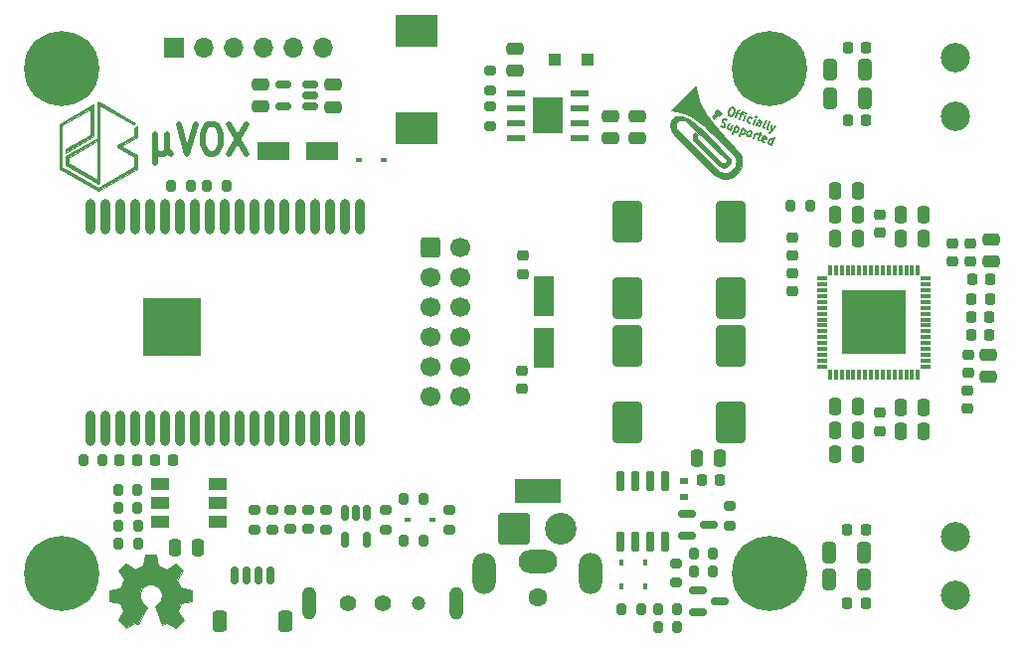
<source format=gbr>
G04 #@! TF.GenerationSoftware,KiCad,Pcbnew,(6.0.5-0)*
G04 #@! TF.CreationDate,2022-12-01T23:32:52+01:00*
G04 #@! TF.ProjectId,muVox,6d75566f-782e-46b6-9963-61645f706362,rc1*
G04 #@! TF.SameCoordinates,Original*
G04 #@! TF.FileFunction,Soldermask,Top*
G04 #@! TF.FilePolarity,Negative*
%FSLAX46Y46*%
G04 Gerber Fmt 4.6, Leading zero omitted, Abs format (unit mm)*
G04 Created by KiCad (PCBNEW (6.0.5-0)) date 2022-12-01 23:32:52*
%MOMM*%
%LPD*%
G01*
G04 APERTURE LIST*
G04 Aperture macros list*
%AMRoundRect*
0 Rectangle with rounded corners*
0 $1 Rounding radius*
0 $2 $3 $4 $5 $6 $7 $8 $9 X,Y pos of 4 corners*
0 Add a 4 corners polygon primitive as box body*
4,1,4,$2,$3,$4,$5,$6,$7,$8,$9,$2,$3,0*
0 Add four circle primitives for the rounded corners*
1,1,$1+$1,$2,$3*
1,1,$1+$1,$4,$5*
1,1,$1+$1,$6,$7*
1,1,$1+$1,$8,$9*
0 Add four rect primitives between the rounded corners*
20,1,$1+$1,$2,$3,$4,$5,0*
20,1,$1+$1,$4,$5,$6,$7,0*
20,1,$1+$1,$6,$7,$8,$9,0*
20,1,$1+$1,$8,$9,$2,$3,0*%
G04 Aperture macros list end*
%ADD10C,0.100000*%
%ADD11C,0.550000*%
%ADD12C,0.162500*%
%ADD13RoundRect,0.250000X-0.475000X0.250000X-0.475000X-0.250000X0.475000X-0.250000X0.475000X0.250000X0*%
%ADD14C,1.600000*%
%ADD15R,4.000000X2.000000*%
%ADD16O,3.300000X2.000000*%
%ADD17O,2.000000X3.500000*%
%ADD18RoundRect,0.150000X0.150000X-0.725000X0.150000X0.725000X-0.150000X0.725000X-0.150000X-0.725000X0*%
%ADD19RoundRect,0.150000X0.512500X0.150000X-0.512500X0.150000X-0.512500X-0.150000X0.512500X-0.150000X0*%
%ADD20RoundRect,0.250000X-0.600000X-0.600000X0.600000X-0.600000X0.600000X0.600000X-0.600000X0.600000X0*%
%ADD21C,1.700000*%
%ADD22RoundRect,0.225000X0.250000X-0.225000X0.250000X0.225000X-0.250000X0.225000X-0.250000X-0.225000X0*%
%ADD23RoundRect,0.150000X-0.150000X0.512500X-0.150000X-0.512500X0.150000X-0.512500X0.150000X0.512500X0*%
%ADD24RoundRect,0.250000X1.137500X0.550000X-1.137500X0.550000X-1.137500X-0.550000X1.137500X-0.550000X0*%
%ADD25RoundRect,0.150000X-0.587500X-0.150000X0.587500X-0.150000X0.587500X0.150000X-0.587500X0.150000X0*%
%ADD26R,0.450000X0.600000*%
%ADD27RoundRect,0.250000X0.250000X0.475000X-0.250000X0.475000X-0.250000X-0.475000X0.250000X-0.475000X0*%
%ADD28RoundRect,0.200000X0.275000X-0.200000X0.275000X0.200000X-0.275000X0.200000X-0.275000X-0.200000X0*%
%ADD29RoundRect,0.250000X1.000000X-1.500000X1.000000X1.500000X-1.000000X1.500000X-1.000000X-1.500000X0*%
%ADD30RoundRect,0.200000X0.200000X0.275000X-0.200000X0.275000X-0.200000X-0.275000X0.200000X-0.275000X0*%
%ADD31RoundRect,0.225000X-0.225000X-0.250000X0.225000X-0.250000X0.225000X0.250000X-0.225000X0.250000X0*%
%ADD32C,6.400000*%
%ADD33C,2.500000*%
%ADD34R,0.600000X0.450000*%
%ADD35RoundRect,0.225000X0.225000X0.250000X-0.225000X0.250000X-0.225000X-0.250000X0.225000X-0.250000X0*%
%ADD36RoundRect,0.200000X-0.200000X-0.275000X0.200000X-0.275000X0.200000X0.275000X-0.200000X0.275000X0*%
%ADD37RoundRect,0.250000X-1.000000X1.500000X-1.000000X-1.500000X1.000000X-1.500000X1.000000X1.500000X0*%
%ADD38RoundRect,0.250000X-0.325000X-0.650000X0.325000X-0.650000X0.325000X0.650000X-0.325000X0.650000X0*%
%ADD39RoundRect,0.250001X-1.099999X-1.099999X1.099999X-1.099999X1.099999X1.099999X-1.099999X1.099999X0*%
%ADD40C,2.700000*%
%ADD41RoundRect,0.200000X-0.275000X0.200000X-0.275000X-0.200000X0.275000X-0.200000X0.275000X0.200000X0*%
%ADD42R,1.700000X1.700000*%
%ADD43O,1.700000X1.700000*%
%ADD44RoundRect,0.075000X-0.075000X0.362500X-0.075000X-0.362500X0.075000X-0.362500X0.075000X0.362500X0*%
%ADD45RoundRect,0.075000X-0.362500X0.075000X-0.362500X-0.075000X0.362500X-0.075000X0.362500X0.075000X0*%
%ADD46R,5.450000X5.450000*%
%ADD47R,3.600000X2.700000*%
%ADD48R,0.700000X0.600000*%
%ADD49RoundRect,0.250000X0.475000X-0.250000X0.475000X0.250000X-0.475000X0.250000X-0.475000X-0.250000X0*%
%ADD50R,1.550000X0.600000*%
%ADD51R,2.600000X3.100000*%
%ADD52C,1.400000*%
%ADD53C,1.200000*%
%ADD54O,1.208000X2.800000*%
%ADD55RoundRect,0.250000X-0.250000X-0.475000X0.250000X-0.475000X0.250000X0.475000X-0.250000X0.475000X0*%
%ADD56R,1.500000X1.000000*%
%ADD57RoundRect,0.150000X-0.150000X-0.625000X0.150000X-0.625000X0.150000X0.625000X-0.150000X0.625000X0*%
%ADD58RoundRect,0.250000X-0.350000X-0.650000X0.350000X-0.650000X0.350000X0.650000X-0.350000X0.650000X0*%
%ADD59RoundRect,0.225000X-0.250000X0.225000X-0.250000X-0.225000X0.250000X-0.225000X0.250000X0.225000X0*%
%ADD60R,1.800000X3.500000*%
%ADD61O,0.900000X3.000000*%
%ADD62C,0.800000*%
%ADD63R,5.000000X5.000000*%
%ADD64R,1.100000X1.100000*%
G04 APERTURE END LIST*
D10*
G36*
X81451600Y-118560400D02*
G01*
X79091600Y-119940400D01*
X79101600Y-119670400D01*
X81221600Y-118450400D01*
X81221600Y-116210400D01*
X78781600Y-117620400D01*
X78781600Y-121180400D01*
X81861600Y-122960400D01*
X84941600Y-121160400D01*
X84941600Y-120310400D01*
X83501600Y-119470400D01*
X83501600Y-119340400D01*
X84941600Y-118520400D01*
X84941600Y-117820400D01*
X85151600Y-117690400D01*
X85151600Y-118620400D01*
X83831600Y-119390400D01*
X85151600Y-120170400D01*
X85151600Y-121290400D01*
X81861600Y-123210400D01*
X78571600Y-121300400D01*
X78571600Y-117490400D01*
X81441600Y-115840400D01*
X81451600Y-118560400D01*
G37*
X81451600Y-118560400D02*
X79091600Y-119940400D01*
X79101600Y-119670400D01*
X81221600Y-118450400D01*
X81221600Y-116210400D01*
X78781600Y-117620400D01*
X78781600Y-121180400D01*
X81861600Y-122960400D01*
X84941600Y-121160400D01*
X84941600Y-120310400D01*
X83501600Y-119470400D01*
X83501600Y-119340400D01*
X84941600Y-118520400D01*
X84941600Y-117820400D01*
X85151600Y-117690400D01*
X85151600Y-118620400D01*
X83831600Y-119390400D01*
X85151600Y-120170400D01*
X85151600Y-121290400D01*
X81861600Y-123210400D01*
X78571600Y-121300400D01*
X78571600Y-117490400D01*
X81441600Y-115840400D01*
X81451600Y-118560400D01*
G36*
X85021600Y-117410400D02*
G01*
X84801600Y-117530400D01*
X81971600Y-115900400D01*
X81971600Y-122520400D01*
X81861600Y-122580400D01*
X79111600Y-120990400D01*
X79111600Y-120280400D01*
X79341600Y-120410400D01*
X79341600Y-120840400D01*
X81761600Y-122240400D01*
X81771600Y-115640400D01*
X81871600Y-115590400D01*
X85021600Y-117410400D01*
G37*
X85021600Y-117410400D02*
X84801600Y-117530400D01*
X81971600Y-115900400D01*
X81971600Y-122520400D01*
X81861600Y-122580400D01*
X79111600Y-120990400D01*
X79111600Y-120280400D01*
X79341600Y-120410400D01*
X79341600Y-120840400D01*
X81761600Y-122240400D01*
X81771600Y-115640400D01*
X81871600Y-115590400D01*
X85021600Y-117410400D01*
G36*
X134948500Y-116630500D02*
G01*
X134719900Y-116859100D01*
X134643700Y-116782900D01*
X134313500Y-117113100D01*
X134084900Y-116884500D01*
X134415100Y-116554300D01*
X134338900Y-116478100D01*
X134567500Y-116249500D01*
X134948500Y-116630500D01*
G37*
X134948500Y-116630500D02*
X134719900Y-116859100D01*
X134643700Y-116782900D01*
X134313500Y-117113100D01*
X134084900Y-116884500D01*
X134415100Y-116554300D01*
X134338900Y-116478100D01*
X134567500Y-116249500D01*
X134948500Y-116630500D01*
G36*
X81731600Y-118990400D02*
G01*
X79331600Y-120380400D01*
X79111600Y-120270400D01*
X81741600Y-118770400D01*
X81731600Y-118990400D01*
G37*
X81731600Y-118990400D02*
X79331600Y-120380400D01*
X79111600Y-120270400D01*
X81741600Y-118770400D01*
X81731600Y-118990400D01*
G36*
X132799100Y-114499100D02*
G01*
X132824500Y-114753100D01*
X132926100Y-115159500D01*
X133129300Y-115769100D01*
X133357900Y-116200900D01*
X133688100Y-116785100D01*
X133992900Y-117191500D01*
X134246900Y-117521700D01*
X134780300Y-118131300D01*
X135262900Y-118664700D01*
X135770900Y-119198100D01*
X136253500Y-119680700D01*
X136532900Y-120036300D01*
X136659900Y-120417300D01*
X136685300Y-120823700D01*
X136659900Y-121103100D01*
X136583700Y-121306300D01*
X136405900Y-121611100D01*
X136253500Y-121788900D01*
X135974100Y-121992100D01*
X135694700Y-122093700D01*
X135364500Y-122144500D01*
X135085100Y-122144500D01*
X134856500Y-122093700D01*
X134450100Y-121890500D01*
X134069100Y-121560300D01*
X131021100Y-118512300D01*
X130817900Y-118283700D01*
X130640100Y-117978900D01*
X130589300Y-117623300D01*
X130665500Y-117293100D01*
X130767100Y-117064500D01*
X130995700Y-116861300D01*
X131300500Y-116810500D01*
X131605300Y-116835900D01*
X131960900Y-116988300D01*
X132341900Y-117216900D01*
X132824500Y-117597900D01*
X133357900Y-118055100D01*
X135440700Y-120188700D01*
X135643900Y-120391900D01*
X135720100Y-120595100D01*
X135694700Y-120798300D01*
X135593100Y-120976100D01*
X135440700Y-121103100D01*
X135262900Y-121179300D01*
X135110500Y-121204700D01*
X134932700Y-121179300D01*
X134704100Y-121052300D01*
X132621300Y-118969500D01*
X132519700Y-118817100D01*
X132494300Y-118588500D01*
X132545100Y-118410700D01*
X132595900Y-118283700D01*
X132697500Y-118232900D01*
X132926100Y-118461500D01*
X132875300Y-118512300D01*
X132824500Y-118613900D01*
X132849900Y-118715500D01*
X134932700Y-120798300D01*
X134983500Y-120823700D01*
X135059700Y-120849100D01*
X135135900Y-120849100D01*
X135237500Y-120823700D01*
X135313700Y-120772900D01*
X135364500Y-120722100D01*
X135389900Y-120645900D01*
X135364500Y-120569700D01*
X132037100Y-117318500D01*
X131859300Y-117216900D01*
X131757700Y-117166100D01*
X131630700Y-117140700D01*
X131478300Y-117140700D01*
X131325900Y-117191500D01*
X131224300Y-117267700D01*
X131097300Y-117420100D01*
X131071900Y-117496300D01*
X131046500Y-117623300D01*
X131071900Y-117826500D01*
X131148100Y-117978900D01*
X134526300Y-121357100D01*
X134653300Y-121458700D01*
X134881900Y-121585700D01*
X135008900Y-121636500D01*
X135161300Y-121661900D01*
X135364500Y-121661900D01*
X135669300Y-121560300D01*
X135847100Y-121433300D01*
X135999500Y-121280900D01*
X136126500Y-121077700D01*
X136177300Y-120849100D01*
X136202700Y-120671300D01*
X136177300Y-120442700D01*
X136050300Y-120239500D01*
X134196100Y-118359900D01*
X133815100Y-118004300D01*
X133484900Y-117699500D01*
X132951500Y-117293100D01*
X132468900Y-116962900D01*
X132011700Y-116708900D01*
X131478300Y-116505700D01*
X130665500Y-116353300D01*
X132748300Y-114270500D01*
X132799100Y-114499100D01*
G37*
X132799100Y-114499100D02*
X132824500Y-114753100D01*
X132926100Y-115159500D01*
X133129300Y-115769100D01*
X133357900Y-116200900D01*
X133688100Y-116785100D01*
X133992900Y-117191500D01*
X134246900Y-117521700D01*
X134780300Y-118131300D01*
X135262900Y-118664700D01*
X135770900Y-119198100D01*
X136253500Y-119680700D01*
X136532900Y-120036300D01*
X136659900Y-120417300D01*
X136685300Y-120823700D01*
X136659900Y-121103100D01*
X136583700Y-121306300D01*
X136405900Y-121611100D01*
X136253500Y-121788900D01*
X135974100Y-121992100D01*
X135694700Y-122093700D01*
X135364500Y-122144500D01*
X135085100Y-122144500D01*
X134856500Y-122093700D01*
X134450100Y-121890500D01*
X134069100Y-121560300D01*
X131021100Y-118512300D01*
X130817900Y-118283700D01*
X130640100Y-117978900D01*
X130589300Y-117623300D01*
X130665500Y-117293100D01*
X130767100Y-117064500D01*
X130995700Y-116861300D01*
X131300500Y-116810500D01*
X131605300Y-116835900D01*
X131960900Y-116988300D01*
X132341900Y-117216900D01*
X132824500Y-117597900D01*
X133357900Y-118055100D01*
X135440700Y-120188700D01*
X135643900Y-120391900D01*
X135720100Y-120595100D01*
X135694700Y-120798300D01*
X135593100Y-120976100D01*
X135440700Y-121103100D01*
X135262900Y-121179300D01*
X135110500Y-121204700D01*
X134932700Y-121179300D01*
X134704100Y-121052300D01*
X132621300Y-118969500D01*
X132519700Y-118817100D01*
X132494300Y-118588500D01*
X132545100Y-118410700D01*
X132595900Y-118283700D01*
X132697500Y-118232900D01*
X132926100Y-118461500D01*
X132875300Y-118512300D01*
X132824500Y-118613900D01*
X132849900Y-118715500D01*
X134932700Y-120798300D01*
X134983500Y-120823700D01*
X135059700Y-120849100D01*
X135135900Y-120849100D01*
X135237500Y-120823700D01*
X135313700Y-120772900D01*
X135364500Y-120722100D01*
X135389900Y-120645900D01*
X135364500Y-120569700D01*
X132037100Y-117318500D01*
X131859300Y-117216900D01*
X131757700Y-117166100D01*
X131630700Y-117140700D01*
X131478300Y-117140700D01*
X131325900Y-117191500D01*
X131224300Y-117267700D01*
X131097300Y-117420100D01*
X131071900Y-117496300D01*
X131046500Y-117623300D01*
X131071900Y-117826500D01*
X131148100Y-117978900D01*
X134526300Y-121357100D01*
X134653300Y-121458700D01*
X134881900Y-121585700D01*
X135008900Y-121636500D01*
X135161300Y-121661900D01*
X135364500Y-121661900D01*
X135669300Y-121560300D01*
X135847100Y-121433300D01*
X135999500Y-121280900D01*
X136126500Y-121077700D01*
X136177300Y-120849100D01*
X136202700Y-120671300D01*
X136177300Y-120442700D01*
X136050300Y-120239500D01*
X134196100Y-118359900D01*
X133815100Y-118004300D01*
X133484900Y-117699500D01*
X132951500Y-117293100D01*
X132468900Y-116962900D01*
X132011700Y-116708900D01*
X131478300Y-116505700D01*
X130665500Y-116353300D01*
X132748300Y-114270500D01*
X132799100Y-114499100D01*
G36*
X86982050Y-155129730D02*
G01*
X87686000Y-155417781D01*
X88481050Y-154911880D01*
X89100600Y-155550000D01*
X88600600Y-156350000D01*
X88872750Y-157003331D01*
X89817600Y-157240430D01*
X89817600Y-158133180D01*
X88900600Y-158350000D01*
X88634050Y-159029710D01*
X89116350Y-159791700D01*
X88484850Y-160469600D01*
X87742150Y-160006000D01*
X87334700Y-160153571D01*
X86733565Y-158600830D01*
X87181700Y-158172230D01*
X87300600Y-157550000D01*
X87020000Y-157008480D01*
X86527135Y-156742630D01*
X86100600Y-156750000D01*
X85641720Y-157008480D01*
X85400600Y-157450000D01*
X85400600Y-157850000D01*
X85600600Y-158250000D01*
X86000600Y-158650000D01*
X85300600Y-160150000D01*
X84919600Y-160006000D01*
X84231670Y-160478010D01*
X83548345Y-159787360D01*
X84027675Y-159029440D01*
X83722495Y-158334980D01*
X82844405Y-158133180D01*
X82844405Y-157252080D01*
X83743654Y-157045930D01*
X84047475Y-156324930D01*
X83554045Y-155538730D01*
X84231670Y-154907030D01*
X84976025Y-155417781D01*
X85678880Y-155134830D01*
X85890470Y-154206030D01*
X86782670Y-154206030D01*
X86982050Y-155129730D01*
G37*
X86982050Y-155129730D02*
X87686000Y-155417781D01*
X88481050Y-154911880D01*
X89100600Y-155550000D01*
X88600600Y-156350000D01*
X88872750Y-157003331D01*
X89817600Y-157240430D01*
X89817600Y-158133180D01*
X88900600Y-158350000D01*
X88634050Y-159029710D01*
X89116350Y-159791700D01*
X88484850Y-160469600D01*
X87742150Y-160006000D01*
X87334700Y-160153571D01*
X86733565Y-158600830D01*
X87181700Y-158172230D01*
X87300600Y-157550000D01*
X87020000Y-157008480D01*
X86527135Y-156742630D01*
X86100600Y-156750000D01*
X85641720Y-157008480D01*
X85400600Y-157450000D01*
X85400600Y-157850000D01*
X85600600Y-158250000D01*
X86000600Y-158650000D01*
X85300600Y-160150000D01*
X84919600Y-160006000D01*
X84231670Y-160478010D01*
X83548345Y-159787360D01*
X84027675Y-159029440D01*
X83722495Y-158334980D01*
X82844405Y-158133180D01*
X82844405Y-157252080D01*
X83743654Y-157045930D01*
X84047475Y-156324930D01*
X83554045Y-155538730D01*
X84231670Y-154907030D01*
X84976025Y-155417781D01*
X85678880Y-155134830D01*
X85890470Y-154206030D01*
X86782670Y-154206030D01*
X86982050Y-155129730D01*
D11*
X86703371Y-118361685D02*
X86703371Y-120861685D01*
X87750990Y-119671209D02*
X87855752Y-119909304D01*
X88065276Y-120028352D01*
X86703371Y-119671209D02*
X86808133Y-119909304D01*
X87017657Y-120028352D01*
X87436704Y-120028352D01*
X87646228Y-119909304D01*
X87750990Y-119671209D01*
X87750990Y-118361685D01*
X88693847Y-117528352D02*
X89427180Y-120028352D01*
X90160514Y-117528352D01*
X91312895Y-117528352D02*
X91731942Y-117528352D01*
X91941466Y-117647400D01*
X92150990Y-117885495D01*
X92255752Y-118361685D01*
X92255752Y-119195019D01*
X92150990Y-119671209D01*
X91941466Y-119909304D01*
X91731942Y-120028352D01*
X91312895Y-120028352D01*
X91103371Y-119909304D01*
X90893847Y-119671209D01*
X90789085Y-119195019D01*
X90789085Y-118361685D01*
X90893847Y-117885495D01*
X91103371Y-117647400D01*
X91312895Y-117528352D01*
X92989085Y-117528352D02*
X94455752Y-120028352D01*
X94455752Y-117528352D02*
X92989085Y-120028352D01*
D12*
X135850163Y-116113507D02*
X135966506Y-116155853D01*
X136013277Y-116208348D01*
X136048647Y-116292167D01*
X136032130Y-116428046D01*
X135952325Y-116647307D01*
X135877637Y-116762013D01*
X135796664Y-116803487D01*
X135727092Y-116813637D01*
X135610749Y-116771292D01*
X135563978Y-116718796D01*
X135528608Y-116634977D01*
X135545125Y-116499099D01*
X135624930Y-116279837D01*
X135699618Y-116165131D01*
X135780591Y-116123658D01*
X135850163Y-116113507D01*
X136206644Y-116491564D02*
X136439330Y-116576255D01*
X136134292Y-116961846D02*
X136339504Y-116398031D01*
X136391391Y-116345971D01*
X136460963Y-116335820D01*
X136519135Y-116356993D01*
X136555673Y-116618600D02*
X136788359Y-116703291D01*
X136483321Y-117088882D02*
X136688533Y-116525067D01*
X136740420Y-116473007D01*
X136809992Y-116462856D01*
X136868164Y-116484029D01*
X136832350Y-117215918D02*
X136991959Y-116777395D01*
X137071764Y-116558133D02*
X137031277Y-116578870D01*
X137048962Y-116620780D01*
X137089449Y-116600043D01*
X137071764Y-116558133D01*
X137048962Y-116620780D01*
X137396379Y-117385736D02*
X137326807Y-117395886D01*
X137210464Y-117353541D01*
X137163693Y-117301045D01*
X137146008Y-117259135D01*
X137139724Y-117185903D01*
X137208128Y-116997964D01*
X137260015Y-116945905D01*
X137300501Y-116925168D01*
X137370073Y-116915017D01*
X137486416Y-116957363D01*
X137533187Y-117009859D01*
X137646750Y-117512336D02*
X137806359Y-117073812D01*
X137886164Y-116854551D02*
X137845677Y-116875288D01*
X137863363Y-116917197D01*
X137903849Y-116896460D01*
X137886164Y-116854551D01*
X137863363Y-116917197D01*
X138199379Y-117713476D02*
X138324786Y-117368922D01*
X138318502Y-117295690D01*
X138271731Y-117243194D01*
X138155388Y-117200849D01*
X138085816Y-117210999D01*
X138210779Y-117682153D02*
X138141207Y-117692303D01*
X137995778Y-117639372D01*
X137949008Y-117586876D01*
X137942723Y-117513643D01*
X137965525Y-117450997D01*
X138017412Y-117398937D01*
X138086984Y-117388787D01*
X138232412Y-117441719D01*
X138301985Y-117431568D01*
X138577493Y-117851099D02*
X138530722Y-117798603D01*
X138524438Y-117725370D01*
X138729650Y-117161555D01*
X138897436Y-117967548D02*
X138850665Y-117915052D01*
X138844381Y-117841820D01*
X139049593Y-117278004D01*
X139231560Y-117592543D02*
X139217379Y-118083998D01*
X139522417Y-117698406D02*
X139217379Y-118083998D01*
X139102204Y-118219441D01*
X139061718Y-118240177D01*
X138992146Y-118250328D01*
X134844035Y-117656087D02*
X134919892Y-117719170D01*
X135065321Y-117772101D01*
X135134893Y-117761951D01*
X135175379Y-117741214D01*
X135227266Y-117689154D01*
X135250068Y-117626508D01*
X135243783Y-117553276D01*
X135226098Y-117511366D01*
X135179327Y-117458870D01*
X135074385Y-117385202D01*
X135027614Y-117332706D01*
X135009929Y-117290797D01*
X135003645Y-117217564D01*
X135026446Y-117154918D01*
X135078333Y-117102858D01*
X135118820Y-117082121D01*
X135188392Y-117071971D01*
X135333820Y-117124903D01*
X135409677Y-117187985D01*
X135864816Y-117566477D02*
X135705207Y-118005001D01*
X135603044Y-117471200D02*
X135477637Y-117815754D01*
X135483921Y-117888987D01*
X135530692Y-117941483D01*
X135617949Y-117973242D01*
X135687521Y-117963091D01*
X135728008Y-117942354D01*
X136155673Y-117672341D02*
X135916259Y-118330126D01*
X136144273Y-117703664D02*
X136213845Y-117693513D01*
X136330188Y-117735859D01*
X136376958Y-117788355D01*
X136394643Y-117830264D01*
X136400928Y-117903497D01*
X136332524Y-118091435D01*
X136280637Y-118143495D01*
X136240150Y-118164232D01*
X136170578Y-118174382D01*
X136054235Y-118132037D01*
X136007464Y-118079541D01*
X136708302Y-117873481D02*
X136468888Y-118531266D01*
X136696901Y-117904804D02*
X136766473Y-117894654D01*
X136882816Y-117936999D01*
X136929587Y-117989495D01*
X136947272Y-118031404D01*
X136953556Y-118104637D01*
X136885152Y-118292575D01*
X136833265Y-118344635D01*
X136792779Y-118365372D01*
X136723207Y-118375522D01*
X136606864Y-118333177D01*
X136560093Y-118280681D01*
X137188578Y-118544904D02*
X137141808Y-118492408D01*
X137124123Y-118450499D01*
X137117838Y-118377266D01*
X137186242Y-118189328D01*
X137238129Y-118137268D01*
X137278616Y-118116531D01*
X137348188Y-118106381D01*
X137435445Y-118138140D01*
X137482216Y-118190635D01*
X137499901Y-118232545D01*
X137506185Y-118305777D01*
X137437781Y-118493716D01*
X137385894Y-118545776D01*
X137345408Y-118566512D01*
X137275836Y-118576663D01*
X137188578Y-118544904D01*
X137653950Y-118714285D02*
X137813559Y-118275762D01*
X137767957Y-118401054D02*
X137819844Y-118348995D01*
X137860330Y-118328258D01*
X137929902Y-118318107D01*
X137988074Y-118339280D01*
X138104417Y-118381625D02*
X138337102Y-118466316D01*
X138271479Y-118194123D02*
X138066266Y-118757938D01*
X138072551Y-118831171D01*
X138119322Y-118883667D01*
X138177493Y-118904839D01*
X138625180Y-119032311D02*
X138555607Y-119042462D01*
X138439265Y-119000116D01*
X138392494Y-118947621D01*
X138386209Y-118874388D01*
X138477415Y-118623803D01*
X138529302Y-118571744D01*
X138598874Y-118561593D01*
X138715217Y-118603939D01*
X138761988Y-118656434D01*
X138768272Y-118729667D01*
X138745471Y-118792313D01*
X138431812Y-118749096D01*
X139166408Y-119264775D02*
X139405822Y-118606990D01*
X139177808Y-119233452D02*
X139108236Y-119243602D01*
X138991893Y-119201257D01*
X138945123Y-119148761D01*
X138927438Y-119106852D01*
X138921153Y-119033619D01*
X138989557Y-118845681D01*
X139041444Y-118793621D01*
X139081931Y-118772884D01*
X139151503Y-118762734D01*
X139267846Y-118805079D01*
X139314616Y-118857575D01*
D13*
X101859100Y-114146800D03*
X101859100Y-116046800D03*
X95709100Y-114129900D03*
X95709100Y-116029900D03*
D14*
X119260100Y-157789300D03*
D15*
X119260100Y-148789300D03*
D16*
X119260100Y-154789300D03*
D17*
X114760100Y-155789300D03*
X123760100Y-155789300D03*
D18*
X126314200Y-153068100D03*
X127584200Y-153068100D03*
X128854200Y-153068100D03*
X130124200Y-153068100D03*
X130124200Y-147918100D03*
X128854200Y-147918100D03*
X127584200Y-147918100D03*
X126314200Y-147918100D03*
D19*
X99927600Y-116029300D03*
X99927600Y-115079300D03*
X99927600Y-114129300D03*
X97652600Y-114129300D03*
X97652600Y-116029300D03*
D20*
X110187600Y-128004300D03*
D21*
X112727600Y-128004300D03*
X110187600Y-130544300D03*
X112727600Y-130544300D03*
X110187600Y-133084300D03*
X112727600Y-133084300D03*
X110187600Y-135624300D03*
X112727600Y-135624300D03*
X110187600Y-138164300D03*
X112727600Y-138164300D03*
X110187600Y-140704300D03*
X112727600Y-140704300D03*
D22*
X140960100Y-128694300D03*
X140960100Y-127144300D03*
D23*
X104763400Y-150647700D03*
X103813400Y-150647700D03*
X102863400Y-150647700D03*
X102863400Y-152922700D03*
X104763400Y-152922700D03*
D24*
X100902600Y-119829300D03*
X96777600Y-119829300D03*
D25*
X132887500Y-157200000D03*
X132887500Y-159100000D03*
X134762500Y-158150000D03*
D26*
X128450000Y-154825000D03*
X128450000Y-156925000D03*
D27*
X152140100Y-127229300D03*
X150240100Y-127229300D03*
D28*
X95199200Y-152031200D03*
X95199200Y-150381200D03*
D29*
X135760480Y-142894790D03*
X135760480Y-136394790D03*
D22*
X148400100Y-126734300D03*
X148400100Y-125184300D03*
D30*
X85215900Y-148675000D03*
X83565900Y-148675000D03*
D31*
X133275000Y-147800000D03*
X134825000Y-147800000D03*
D32*
X78770100Y-155779300D03*
D27*
X152140100Y-141679300D03*
X150240100Y-141679300D03*
D33*
X154840100Y-157629300D03*
X154840100Y-152629300D03*
D30*
X131150000Y-160350000D03*
X129500000Y-160350000D03*
D34*
X108184200Y-151206200D03*
X110284200Y-151206200D03*
D35*
X147215100Y-152049300D03*
X145665100Y-152049300D03*
D36*
X107884200Y-152956200D03*
X109534200Y-152956200D03*
D27*
X152140100Y-143679300D03*
X150240100Y-143679300D03*
D37*
X126915100Y-125804300D03*
X126915100Y-132304300D03*
D30*
X85225000Y-151725000D03*
X83575000Y-151725000D03*
D35*
X88225000Y-146175000D03*
X86675000Y-146175000D03*
X147210100Y-158289300D03*
X145660100Y-158289300D03*
X147260100Y-117219300D03*
X145710100Y-117219300D03*
D38*
X144140100Y-153979300D03*
X147090100Y-153979300D03*
D27*
X146540100Y-123189300D03*
X144640100Y-123189300D03*
D30*
X109534200Y-149456200D03*
X107884200Y-149456200D03*
D22*
X155905200Y-141719600D03*
X155905200Y-140169600D03*
D38*
X144135100Y-156339300D03*
X147085100Y-156339300D03*
D30*
X89740100Y-122779300D03*
X88090100Y-122779300D03*
X85225000Y-153275000D03*
X83575000Y-153275000D03*
D35*
X85200000Y-146175000D03*
X83650000Y-146175000D03*
D13*
X117365100Y-111079300D03*
X117365100Y-112979300D03*
D39*
X117270100Y-151954300D03*
D40*
X121230100Y-151954300D03*
D38*
X144185100Y-115279300D03*
X147135100Y-115279300D03*
D22*
X118015100Y-130279300D03*
X118015100Y-128729300D03*
D35*
X157775100Y-133939300D03*
X156225100Y-133939300D03*
D41*
X101299400Y-150381200D03*
X101299400Y-152031200D03*
D27*
X146540100Y-127229300D03*
X144640100Y-127229300D03*
D28*
X115265100Y-114604300D03*
X115265100Y-112954300D03*
D32*
X78770100Y-112759300D03*
D38*
X144185100Y-112904300D03*
X147135100Y-112904300D03*
D42*
X88290100Y-110979300D03*
D43*
X90830100Y-110979300D03*
X93370100Y-110979300D03*
X95910100Y-110979300D03*
X98450100Y-110979300D03*
X100990100Y-110979300D03*
D28*
X115265100Y-117654300D03*
X115265100Y-116004300D03*
D44*
X151671350Y-129973050D03*
X151171350Y-129973050D03*
X150671350Y-129973050D03*
X150171350Y-129973050D03*
X149671350Y-129973050D03*
X149171350Y-129973050D03*
X148671350Y-129973050D03*
X148171350Y-129973050D03*
X147671350Y-129973050D03*
X147171350Y-129973050D03*
X146671350Y-129973050D03*
X146171350Y-129973050D03*
X145671350Y-129973050D03*
X145171350Y-129973050D03*
X144671350Y-129973050D03*
X144171350Y-129973050D03*
D45*
X143483850Y-130660550D03*
X143483850Y-131160550D03*
X143483850Y-131660550D03*
X143483850Y-132160550D03*
X143483850Y-132660550D03*
X143483850Y-133160550D03*
X143483850Y-133660550D03*
X143483850Y-134160550D03*
X143483850Y-134660550D03*
X143483850Y-135160550D03*
X143483850Y-135660550D03*
X143483850Y-136160550D03*
X143483850Y-136660550D03*
X143483850Y-137160550D03*
X143483850Y-137660550D03*
X143483850Y-138160550D03*
D44*
X144171350Y-138848050D03*
X144671350Y-138848050D03*
X145171350Y-138848050D03*
X145671350Y-138848050D03*
X146171350Y-138848050D03*
X146671350Y-138848050D03*
X147171350Y-138848050D03*
X147671350Y-138848050D03*
X148171350Y-138848050D03*
X148671350Y-138848050D03*
X149171350Y-138848050D03*
X149671350Y-138848050D03*
X150171350Y-138848050D03*
X150671350Y-138848050D03*
X151171350Y-138848050D03*
X151671350Y-138848050D03*
D45*
X152358850Y-138160550D03*
X152358850Y-137660550D03*
X152358850Y-137160550D03*
X152358850Y-136660550D03*
X152358850Y-136160550D03*
X152358850Y-135660550D03*
X152358850Y-135160550D03*
X152358850Y-134660550D03*
X152358850Y-134160550D03*
X152358850Y-133660550D03*
X152358850Y-133160550D03*
X152358850Y-132660550D03*
X152358850Y-132160550D03*
X152358850Y-131660550D03*
X152358850Y-131160550D03*
X152358850Y-130660550D03*
D46*
X147921350Y-134410550D03*
D47*
X108968100Y-109593300D03*
X108968100Y-117893300D03*
D41*
X131100000Y-154925000D03*
X131100000Y-156575000D03*
D48*
X131750000Y-149275000D03*
X131750000Y-147875000D03*
D36*
X132575000Y-155650000D03*
X134225000Y-155650000D03*
X80575000Y-146175000D03*
X82225000Y-146175000D03*
D22*
X140960100Y-131734300D03*
X140960100Y-130184300D03*
D30*
X85215000Y-150198300D03*
X83565000Y-150198300D03*
D49*
X157930100Y-129219300D03*
X157930100Y-127319300D03*
D41*
X106324400Y-150381200D03*
X106324400Y-152031200D03*
D50*
X117422600Y-114856800D03*
X117422600Y-116126800D03*
X117422600Y-117396800D03*
X117422600Y-118666800D03*
X122822600Y-118666800D03*
X122822600Y-117396800D03*
X122822600Y-116126800D03*
X122822600Y-114856800D03*
D51*
X120122600Y-116761800D03*
D30*
X92765100Y-122779300D03*
X91115100Y-122779300D03*
D52*
X103120400Y-158362800D03*
X106120400Y-158362800D03*
D53*
X109120400Y-158362800D03*
D54*
X99820400Y-158362800D03*
X112320400Y-158362800D03*
D27*
X146540100Y-143629300D03*
X144640100Y-143629300D03*
D30*
X128100000Y-158825000D03*
X126450000Y-158825000D03*
D27*
X146540100Y-141579300D03*
X144640100Y-141579300D03*
D28*
X96723200Y-152031200D03*
X96723200Y-150381200D03*
D35*
X147260100Y-110959300D03*
X145710100Y-110959300D03*
D25*
X132000000Y-150675000D03*
X132000000Y-152575000D03*
X133875000Y-151625000D03*
D41*
X135650000Y-150075000D03*
X135650000Y-151725000D03*
D30*
X131150000Y-158825000D03*
X129500000Y-158825000D03*
D36*
X140825000Y-124450000D03*
X142475000Y-124450000D03*
D29*
X126890100Y-142904300D03*
X126890100Y-136404300D03*
D55*
X132879000Y-146002200D03*
X134779000Y-146002200D03*
D37*
X135760480Y-125837290D03*
X135760480Y-132337290D03*
D28*
X98247200Y-152019000D03*
X98247200Y-150369000D03*
D55*
X88422400Y-153619200D03*
X90322400Y-153619200D03*
D22*
X155940100Y-138689300D03*
X155940100Y-137139300D03*
D28*
X99771200Y-152019000D03*
X99771200Y-150369000D03*
D13*
X157680100Y-137149300D03*
X157680100Y-139049300D03*
D22*
X154600100Y-129224300D03*
X154600100Y-127674300D03*
D28*
X111725000Y-152025000D03*
X111725000Y-150375000D03*
D56*
X87150000Y-148150000D03*
X87150000Y-149750000D03*
X87150000Y-151350000D03*
X92050000Y-151350000D03*
X92050000Y-149750000D03*
X92050000Y-148150000D03*
D57*
X93496000Y-155988000D03*
X94496000Y-155988000D03*
X95496000Y-155988000D03*
X96496000Y-155988000D03*
D58*
X92196000Y-159863000D03*
X97796000Y-159863000D03*
D13*
X127742600Y-116827800D03*
X127742600Y-118727800D03*
D32*
X139000000Y-112759300D03*
D27*
X146540100Y-125229300D03*
X144640100Y-125229300D03*
D36*
X132575000Y-154125000D03*
X134225000Y-154125000D03*
D22*
X156140100Y-129239300D03*
X156140100Y-127689300D03*
D59*
X148430100Y-142114300D03*
X148430100Y-143664300D03*
D31*
X156280100Y-130729300D03*
X157830100Y-130729300D03*
D34*
X104065100Y-120579300D03*
X106165100Y-120579300D03*
D60*
X119840100Y-136579300D03*
X119840100Y-132179300D03*
D59*
X117965100Y-138504300D03*
X117965100Y-140054300D03*
D61*
X81230100Y-143410550D03*
X82500100Y-143410550D03*
X83770100Y-143410550D03*
X85040100Y-143410550D03*
X86310100Y-143410550D03*
X87580100Y-143410550D03*
X88850100Y-143410550D03*
X90120100Y-143410550D03*
X91390100Y-143410550D03*
X92660100Y-143410550D03*
X93930100Y-143410550D03*
X95200100Y-143410550D03*
X96470100Y-143410550D03*
X97740100Y-143410550D03*
X99040100Y-143410550D03*
X100310100Y-143410550D03*
X101580100Y-143410550D03*
X102850100Y-143410550D03*
X104120100Y-143410550D03*
X104120100Y-125410550D03*
X102850100Y-125410550D03*
X101580100Y-125410550D03*
X100310100Y-125410550D03*
X99040100Y-125410550D03*
X97740100Y-125380550D03*
X96470100Y-125380550D03*
X95200100Y-125380550D03*
X93930100Y-125380550D03*
X92660100Y-125380550D03*
X91390100Y-125380550D03*
X90120100Y-125380550D03*
X88850100Y-125380550D03*
X87580100Y-125380550D03*
X86310100Y-125380550D03*
X85040100Y-125380550D03*
X83770100Y-125380550D03*
X82500100Y-125380550D03*
X81230100Y-125380550D03*
D62*
X87140100Y-134810550D03*
X86140100Y-132810550D03*
X86140100Y-135810550D03*
X89140100Y-133810550D03*
X87140100Y-133810550D03*
X88140100Y-135810550D03*
X89140100Y-136810550D03*
X87140100Y-132810550D03*
X86140100Y-134810550D03*
X90140100Y-136810550D03*
X89140100Y-134810550D03*
X86140100Y-133810550D03*
X88140100Y-133810550D03*
D63*
X88150100Y-134810550D03*
D62*
X89140100Y-132810550D03*
X90140100Y-133810550D03*
X88140100Y-134810550D03*
X90140100Y-132810550D03*
X88140100Y-136810550D03*
X89140100Y-135810550D03*
X87140100Y-135810550D03*
X86140100Y-136810550D03*
X87140100Y-136810550D03*
X90140100Y-134810550D03*
X90140100Y-135810550D03*
X88140100Y-132810550D03*
D13*
X125456600Y-116827800D03*
X125456600Y-118727800D03*
D31*
X156215100Y-135459300D03*
X157765100Y-135459300D03*
D26*
X126450000Y-154825000D03*
X126450000Y-156925000D03*
D27*
X146540100Y-145639300D03*
X144640100Y-145639300D03*
D33*
X154890100Y-111829300D03*
X154890100Y-116829300D03*
D64*
X123515100Y-112029300D03*
X120715100Y-112029300D03*
D27*
X152140100Y-125229300D03*
X150240100Y-125229300D03*
D31*
X156240100Y-132419300D03*
X157790100Y-132419300D03*
D32*
X139000000Y-155779300D03*
M02*

</source>
